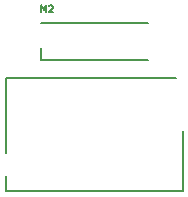
<source format=gto>
G04 #@! TF.GenerationSoftware,KiCad,Pcbnew,8.0.9-8.0.9-0~ubuntu24.04.1*
G04 #@! TF.CreationDate,2025-11-28T18:13:08+00:00*
G04 #@! TF.ProjectId,greenenergyecu,67726565-6e65-46e6-9572-67796563752e,rev?*
G04 #@! TF.SameCoordinates,Original*
G04 #@! TF.FileFunction,Legend,Top*
G04 #@! TF.FilePolarity,Positive*
%FSLAX46Y46*%
G04 Gerber Fmt 4.6, Leading zero omitted, Abs format (unit mm)*
G04 Created by KiCad (PCBNEW 8.0.9-8.0.9-0~ubuntu24.04.1) date 2025-11-28 18:13:08*
%MOMM*%
%LPD*%
G01*
G04 APERTURE LIST*
%ADD10C,0.150000*%
%ADD11C,0.200000*%
G04 APERTURE END LIST*
D10*
X10641741Y17459427D02*
X10641741Y18059427D01*
X10641741Y18059427D02*
X10841741Y17630856D01*
X10841741Y17630856D02*
X11041741Y18059427D01*
X11041741Y18059427D02*
X11041741Y17459427D01*
X11298883Y18002284D02*
X11327455Y18030856D01*
X11327455Y18030856D02*
X11384598Y18059427D01*
X11384598Y18059427D02*
X11527455Y18059427D01*
X11527455Y18059427D02*
X11584598Y18030856D01*
X11584598Y18030856D02*
X11613169Y18002284D01*
X11613169Y18002284D02*
X11641740Y17945141D01*
X11641740Y17945141D02*
X11641740Y17887998D01*
X11641740Y17887998D02*
X11613169Y17802284D01*
X11613169Y17802284D02*
X11270312Y17459427D01*
X11270312Y17459427D02*
X11641740Y17459427D01*
D11*
G04 #@! TO.C,M2*
X10600000Y16540001D02*
X19700000Y16540001D01*
X10600000Y13439998D02*
X10600000Y14440000D01*
X10600000Y13439998D02*
X19700000Y13439998D01*
G04 #@! TO.C,M1*
X7625000Y11925000D02*
X7625000Y5525000D01*
X7625000Y2325000D02*
X7625000Y3625000D01*
X7625000Y2325000D02*
X22625000Y2325000D01*
X22025000Y11925000D02*
X7625000Y11925000D01*
X22625000Y2325000D02*
X22625000Y7425000D01*
G04 #@! TD*
M02*

</source>
